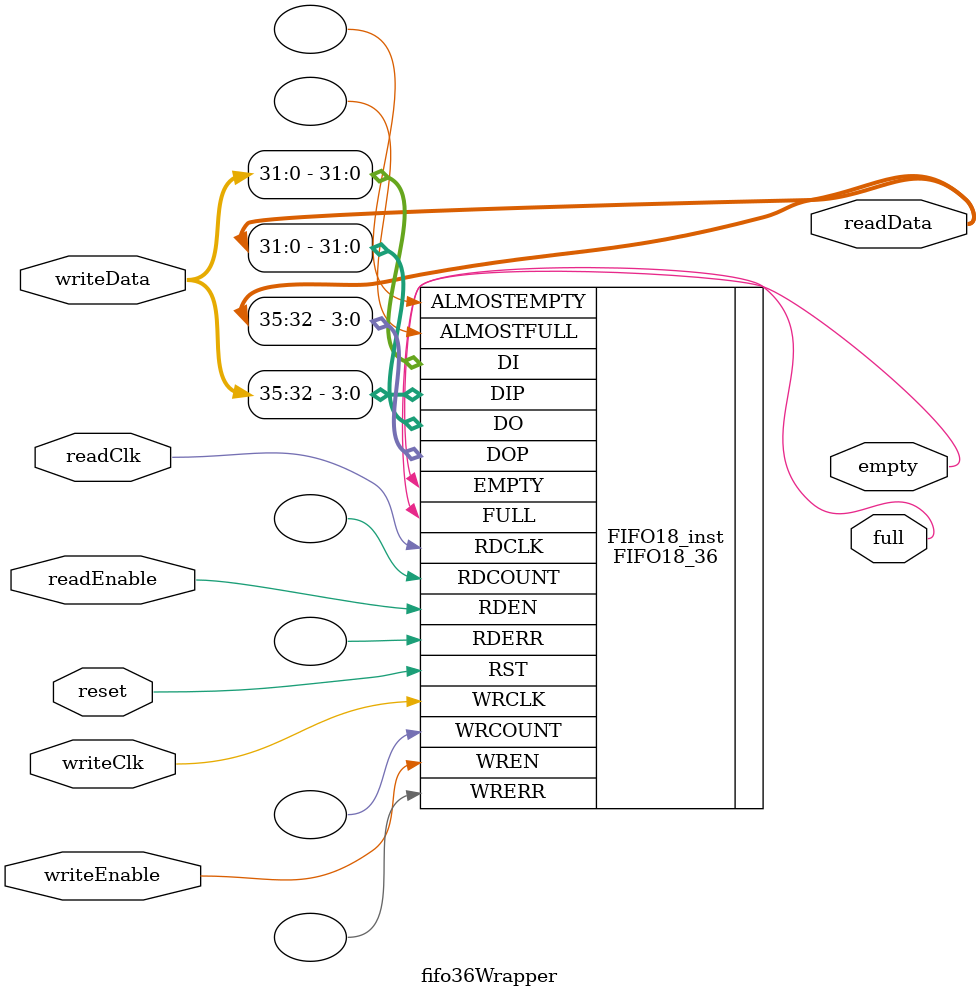
<source format=v>

`timescale 1ns / 1ps
`default_nettype none

module fifo36Wrapper(
	input wire writeClk,
	input wire [35:0] writeData,
	input wire writeEnable,
	output wire full,
	input wire readClk,
	output wire [35:0] readData,
	input wire readEnable,
	output wire empty,
	input wire reset
);
	//This is straight from the Virtex 5 HDL Design Guide
	FIFO18_36 #(
		.SIM_MODE("SAFE"), // Simulation: "SAFE" vs. "FAST", see "Synthesis and Simulation Design Guide" for details
		.ALMOST_FULL_OFFSET(12'h080), // Sets almost full threshold
		.ALMOST_EMPTY_OFFSET(12'h080), // Sets the almost empty threshold
		.DO_REG(1), // Enable output register (0 or 1)
		// Must be 1 if EN_SYN = "FALSE"
		.EN_SYN("FALSE"), // Specifies FIFO as Asynchronous ("FALSE")
		// or Synchronous ("TRUE")
		.FIRST_WORD_FALL_THROUGH("TRUE") // Sets the FIFO FWFT to "TRUE" or "FALSE"
	) FIFO18_inst (
		.ALMOSTEMPTY(), // 1-bit almost empty output flag
		.ALMOSTFULL(), // 1-bit almost full output flag
		.DO(readData[31:0]), // 32-bit data output
		.DOP(readData[35:32]), // 4-bit parity data output
		.EMPTY(empty), // 1-bit empty output flag
		.FULL(full), // 1-bit full output flag
		.RDCOUNT(), // 9-bit read count output
		.RDERR(), // 1-bit read error output
		.WRCOUNT(), // 9-bit write count output
		.WRERR(), // 1-bit write error
		.DI(writeData[31:0]), // 32-bit data input
		.DIP(writeData[35:32]), // 4-bit parity input
		.RDCLK(readClk), // 1-bit read clock input
		.RDEN(readEnable), // 1-bit read enable input
		.RST(reset), // 1-bit reset input
		.WRCLK(writeClk), // 1-bit write clock input
		.WREN(writeEnable) // 1-bit write enable input
	);
endmodule

</source>
